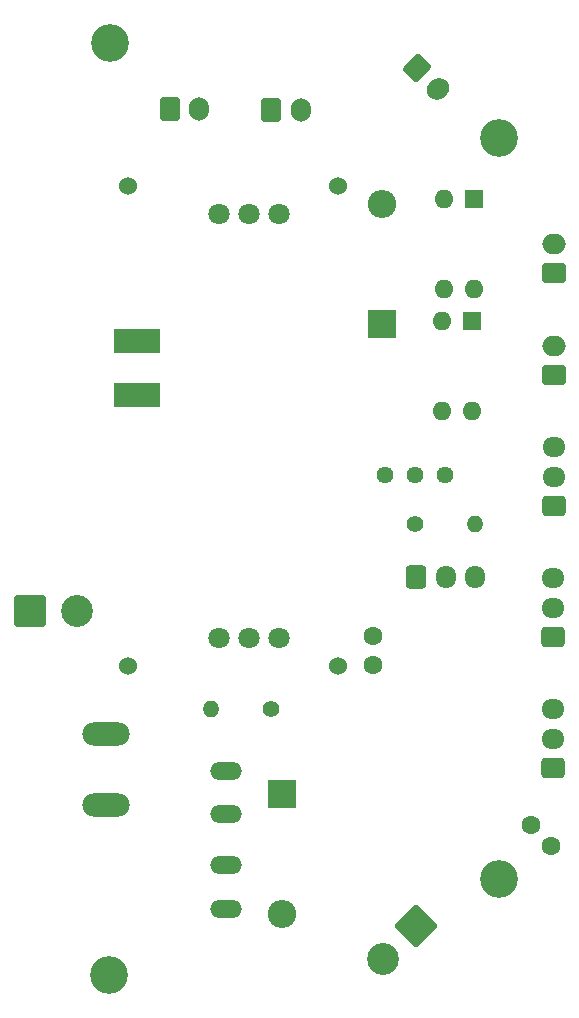
<source format=gbr>
%TF.GenerationSoftware,KiCad,Pcbnew,7.0.9*%
%TF.CreationDate,2025-05-06T13:31:18+09:00*%
%TF.ProjectId,PowerBored,506f7765-7242-46f7-9265-642e6b696361,rev?*%
%TF.SameCoordinates,Original*%
%TF.FileFunction,Soldermask,Bot*%
%TF.FilePolarity,Negative*%
%FSLAX46Y46*%
G04 Gerber Fmt 4.6, Leading zero omitted, Abs format (unit mm)*
G04 Created by KiCad (PCBNEW 7.0.9) date 2025-05-06 13:31:18*
%MOMM*%
%LPD*%
G01*
G04 APERTURE LIST*
G04 Aperture macros list*
%AMRoundRect*
0 Rectangle with rounded corners*
0 $1 Rounding radius*
0 $2 $3 $4 $5 $6 $7 $8 $9 X,Y pos of 4 corners*
0 Add a 4 corners polygon primitive as box body*
4,1,4,$2,$3,$4,$5,$6,$7,$8,$9,$2,$3,0*
0 Add four circle primitives for the rounded corners*
1,1,$1+$1,$2,$3*
1,1,$1+$1,$4,$5*
1,1,$1+$1,$6,$7*
1,1,$1+$1,$8,$9*
0 Add four rect primitives between the rounded corners*
20,1,$1+$1,$2,$3,$4,$5,0*
20,1,$1+$1,$4,$5,$6,$7,0*
20,1,$1+$1,$6,$7,$8,$9,0*
20,1,$1+$1,$8,$9,$2,$3,0*%
%AMHorizOval*
0 Thick line with rounded ends*
0 $1 width*
0 $2 $3 position (X,Y) of the first rounded end (center of the circle)*
0 $4 $5 position (X,Y) of the second rounded end (center of the circle)*
0 Add line between two ends*
20,1,$1,$2,$3,$4,$5,0*
0 Add two circle primitives to create the rounded ends*
1,1,$1,$2,$3*
1,1,$1,$4,$5*%
G04 Aperture macros list end*
%ADD10RoundRect,0.250000X0.725000X-0.600000X0.725000X0.600000X-0.725000X0.600000X-0.725000X-0.600000X0*%
%ADD11O,1.950000X1.700000*%
%ADD12R,4.000000X2.000000*%
%ADD13C,3.200000*%
%ADD14C,1.400000*%
%ADD15O,1.400000X1.400000*%
%ADD16RoundRect,0.250000X-0.600000X-0.750000X0.600000X-0.750000X0.600000X0.750000X-0.600000X0.750000X0*%
%ADD17O,1.700000X2.000000*%
%ADD18C,1.600000*%
%ADD19C,1.440000*%
%ADD20RoundRect,0.250001X-1.099999X-1.099999X1.099999X-1.099999X1.099999X1.099999X-1.099999X1.099999X0*%
%ADD21C,2.700000*%
%ADD22RoundRect,0.250000X-0.600000X-0.725000X0.600000X-0.725000X0.600000X0.725000X-0.600000X0.725000X0*%
%ADD23O,1.700000X1.950000*%
%ADD24RoundRect,0.250000X0.750000X-0.600000X0.750000X0.600000X-0.750000X0.600000X-0.750000X-0.600000X0*%
%ADD25O,2.000000X1.700000*%
%ADD26O,2.700000X1.500000*%
%ADD27C,1.800000*%
%ADD28O,4.000000X2.000000*%
%ADD29R,2.400000X2.400000*%
%ADD30O,2.400000X2.400000*%
%ADD31RoundRect,0.250000X-0.954594X-0.106066X-0.106066X-0.954594X0.954594X0.106066X0.106066X0.954594X0*%
%ADD32HorizOval,1.700000X-0.106066X-0.106066X0.106066X0.106066X0*%
%ADD33C,1.524000*%
%ADD34RoundRect,0.250001X0.000000X1.555634X-1.555634X0.000000X0.000000X-1.555634X1.555634X0.000000X0*%
%ADD35R,1.600000X1.600000*%
%ADD36O,1.600000X1.600000*%
G04 APERTURE END LIST*
D10*
%TO.C,12V*%
X232440000Y-97650000D03*
D11*
X232440000Y-95150000D03*
X232440000Y-92650000D03*
%TD*%
D12*
%TO.C,MES1*%
X197161000Y-72594000D03*
X197161000Y-77166000D03*
%TD*%
D10*
%TO.C,FET*%
X232460000Y-86550000D03*
D11*
X232460000Y-84050000D03*
X232460000Y-81550000D03*
%TD*%
D13*
%TO.C,REF\u002A\u002A*%
X194860000Y-126240000D03*
%TD*%
D14*
%TO.C,R1*%
X208520000Y-103750000D03*
D15*
X203440000Y-103750000D03*
%TD*%
D16*
%TO.C,C3*%
X199970000Y-52960000D03*
D17*
X202470000Y-52960000D03*
%TD*%
D13*
%TO.C,REF\u002A\u002A*%
X227830000Y-118100000D03*
%TD*%
D18*
%TO.C,C1*%
X217170000Y-100036000D03*
X217170000Y-97536000D03*
%TD*%
D19*
%TO.C,RV1*%
X218220000Y-83910000D03*
X220760000Y-83910000D03*
X223300000Y-83910000D03*
%TD*%
D20*
%TO.C,Voltage_Check*%
X188110000Y-95400000D03*
D21*
X192070000Y-95400000D03*
%TD*%
D10*
%TO.C,12V*%
X232440000Y-108740000D03*
D11*
X232440000Y-106240000D03*
X232440000Y-103740000D03*
%TD*%
D13*
%TO.C,REF\u002A\u002A*%
X194920000Y-47320000D03*
%TD*%
%TO.C,REF\u002A\u002A*%
X227830000Y-55410000D03*
%TD*%
D22*
%TO.C,Switch*%
X220830000Y-92580000D03*
D23*
X223330000Y-92580000D03*
X225830000Y-92580000D03*
%TD*%
D24*
%TO.C,5V*%
X232470000Y-66830000D03*
D25*
X232470000Y-64330000D03*
%TD*%
D16*
%TO.C,C4*%
X208560000Y-53030000D03*
D17*
X211060000Y-53030000D03*
%TD*%
D26*
%TO.C,Fuse*%
X204710000Y-120650000D03*
X204710000Y-116950000D03*
X204710000Y-112650000D03*
X204710000Y-108950000D03*
%TD*%
D27*
%TO.C,Q2*%
X206670000Y-61799000D03*
X209210000Y-61799000D03*
X204130000Y-61799000D03*
%TD*%
D28*
%TO.C,Switch*%
X194550000Y-111820000D03*
X194550000Y-105820000D03*
%TD*%
D14*
%TO.C,R2*%
X220730000Y-88050000D03*
D15*
X225810000Y-88050000D03*
%TD*%
D29*
%TO.C,D2*%
X209460000Y-110890000D03*
D30*
X209460000Y-121050000D03*
%TD*%
D31*
%TO.C,Selnoid*%
X220910000Y-49500000D03*
D32*
X222677767Y-51267767D03*
%TD*%
D29*
%TO.C,D1*%
X217970000Y-71120000D03*
D30*
X217970000Y-60960000D03*
%TD*%
D33*
%TO.C,U2*%
X196450000Y-100090000D03*
X214230000Y-100090000D03*
X196450000Y-59450000D03*
X214230000Y-59450000D03*
%TD*%
D27*
%TO.C,Q1*%
X206640000Y-97681000D03*
X204100000Y-97681000D03*
X209180000Y-97681000D03*
%TD*%
D34*
%TO.C,BT1*%
X220820000Y-122140000D03*
D21*
X218019857Y-124940143D03*
%TD*%
D24*
%TO.C,5V*%
X232470000Y-75470000D03*
D25*
X232470000Y-72970000D03*
%TD*%
D35*
%TO.C,U4*%
X225525000Y-70890000D03*
D36*
X222985000Y-70890000D03*
X222985000Y-78510000D03*
X225525000Y-78510000D03*
%TD*%
D18*
%TO.C,106*%
X230510117Y-113538000D03*
X232277884Y-115305767D03*
%TD*%
D35*
%TO.C,U3*%
X225725000Y-60540000D03*
D36*
X223185000Y-60540000D03*
X223185000Y-68160000D03*
X225725000Y-68160000D03*
%TD*%
M02*

</source>
